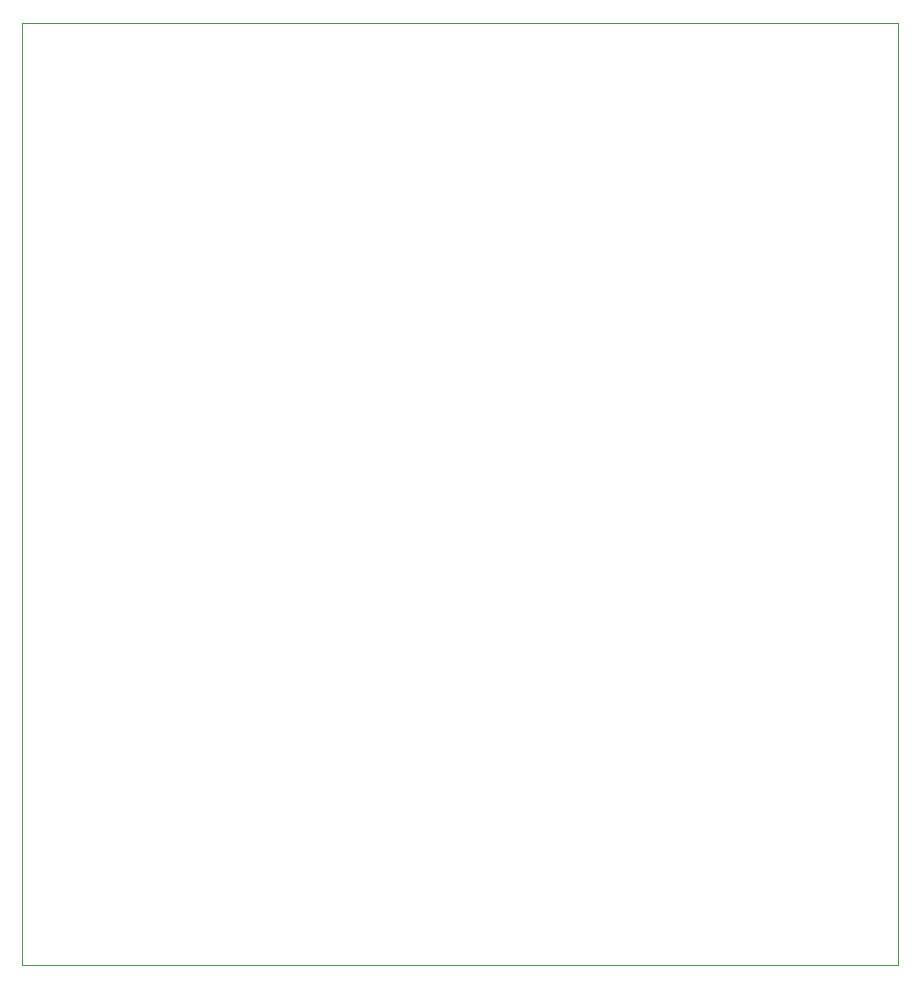
<source format=gm1>
%TF.GenerationSoftware,KiCad,Pcbnew,9.0.6*%
%TF.CreationDate,2026-01-12T11:26:18-05:00*%
%TF.ProjectId,OrganUniversalMCUboard,4f726761-6e55-46e6-9976-657273616c4d,rev?*%
%TF.SameCoordinates,Original*%
%TF.FileFunction,Profile,NP*%
%FSLAX46Y46*%
G04 Gerber Fmt 4.6, Leading zero omitted, Abs format (unit mm)*
G04 Created by KiCad (PCBNEW 9.0.6) date 2026-01-12 11:26:18*
%MOMM*%
%LPD*%
G01*
G04 APERTURE LIST*
%TA.AperFunction,Profile*%
%ADD10C,0.050000*%
%TD*%
G04 APERTURE END LIST*
D10*
X66119000Y-49500000D02*
X140250000Y-49500000D01*
X140250000Y-129250000D01*
X66119000Y-129250000D01*
X66119000Y-49500000D01*
M02*

</source>
